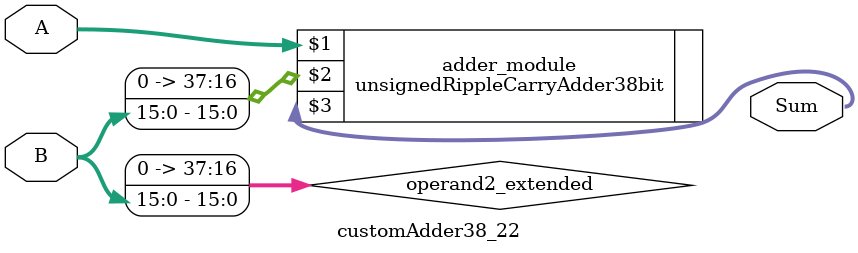
<source format=v>
module customAdder38_22(
                        input [37 : 0] A,
                        input [15 : 0] B,
                        
                        output [38 : 0] Sum
                );

        wire [37 : 0] operand2_extended;
        
        assign operand2_extended =  {22'b0, B};
        
        unsignedRippleCarryAdder38bit adder_module(
            A,
            operand2_extended,
            Sum
        );
        
        endmodule
        
</source>
